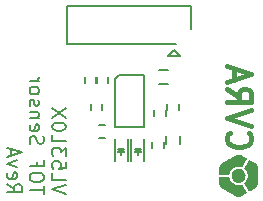
<source format=gbo>
G04 #@! TF.FileFunction,Legend,Bot*
%FSLAX46Y46*%
G04 Gerber Fmt 4.6, Leading zero omitted, Abs format (unit mm)*
G04 Created by KiCad (PCBNEW 4.0.1-stable) date 2016 September 01, Thursday 02:04:04*
%MOMM*%
G01*
G04 APERTURE LIST*
%ADD10C,0.100000*%
%ADD11C,0.200000*%
%ADD12C,0.400000*%
%ADD13C,0.150000*%
%ADD14C,0.010000*%
G04 APERTURE END LIST*
D10*
D11*
X44637143Y-57885714D02*
X43437143Y-57485714D01*
X44637143Y-57085714D01*
X43437143Y-56114286D02*
X43437143Y-56685715D01*
X44637143Y-56685715D01*
X44637143Y-55142857D02*
X44637143Y-55714286D01*
X44065714Y-55771429D01*
X44122857Y-55714286D01*
X44180000Y-55600000D01*
X44180000Y-55314286D01*
X44122857Y-55200000D01*
X44065714Y-55142857D01*
X43951429Y-55085714D01*
X43665714Y-55085714D01*
X43551429Y-55142857D01*
X43494286Y-55200000D01*
X43437143Y-55314286D01*
X43437143Y-55600000D01*
X43494286Y-55714286D01*
X43551429Y-55771429D01*
X44637143Y-54685714D02*
X44637143Y-53942857D01*
X44180000Y-54342857D01*
X44180000Y-54171429D01*
X44122857Y-54057143D01*
X44065714Y-54000000D01*
X43951429Y-53942857D01*
X43665714Y-53942857D01*
X43551429Y-54000000D01*
X43494286Y-54057143D01*
X43437143Y-54171429D01*
X43437143Y-54514286D01*
X43494286Y-54628572D01*
X43551429Y-54685714D01*
X43437143Y-52857143D02*
X43437143Y-53428572D01*
X44637143Y-53428572D01*
X44637143Y-52228571D02*
X44637143Y-52114286D01*
X44580000Y-52000000D01*
X44522857Y-51942857D01*
X44408571Y-51885714D01*
X44180000Y-51828571D01*
X43894286Y-51828571D01*
X43665714Y-51885714D01*
X43551429Y-51942857D01*
X43494286Y-52000000D01*
X43437143Y-52114286D01*
X43437143Y-52228571D01*
X43494286Y-52342857D01*
X43551429Y-52400000D01*
X43665714Y-52457143D01*
X43894286Y-52514286D01*
X44180000Y-52514286D01*
X44408571Y-52457143D01*
X44522857Y-52400000D01*
X44580000Y-52342857D01*
X44637143Y-52228571D01*
X44637143Y-51428571D02*
X43437143Y-50628571D01*
X44637143Y-50628571D02*
X43437143Y-51428571D01*
X42757143Y-57885714D02*
X42757143Y-57200000D01*
X41557143Y-57542857D02*
X42757143Y-57542857D01*
X42757143Y-56571428D02*
X42757143Y-56342857D01*
X42700000Y-56228571D01*
X42585714Y-56114285D01*
X42357143Y-56057143D01*
X41957143Y-56057143D01*
X41728571Y-56114285D01*
X41614286Y-56228571D01*
X41557143Y-56342857D01*
X41557143Y-56571428D01*
X41614286Y-56685714D01*
X41728571Y-56800000D01*
X41957143Y-56857143D01*
X42357143Y-56857143D01*
X42585714Y-56800000D01*
X42700000Y-56685714D01*
X42757143Y-56571428D01*
X42185714Y-55142857D02*
X42185714Y-55542857D01*
X41557143Y-55542857D02*
X42757143Y-55542857D01*
X42757143Y-54971428D01*
X41614286Y-53657143D02*
X41557143Y-53485714D01*
X41557143Y-53200000D01*
X41614286Y-53085714D01*
X41671429Y-53028571D01*
X41785714Y-52971428D01*
X41900000Y-52971428D01*
X42014286Y-53028571D01*
X42071429Y-53085714D01*
X42128571Y-53200000D01*
X42185714Y-53428571D01*
X42242857Y-53542857D01*
X42300000Y-53600000D01*
X42414286Y-53657143D01*
X42528571Y-53657143D01*
X42642857Y-53600000D01*
X42700000Y-53542857D01*
X42757143Y-53428571D01*
X42757143Y-53142857D01*
X42700000Y-52971428D01*
X41614286Y-52000000D02*
X41557143Y-52114286D01*
X41557143Y-52342857D01*
X41614286Y-52457143D01*
X41728571Y-52514286D01*
X42185714Y-52514286D01*
X42300000Y-52457143D01*
X42357143Y-52342857D01*
X42357143Y-52114286D01*
X42300000Y-52000000D01*
X42185714Y-51942857D01*
X42071429Y-51942857D01*
X41957143Y-52514286D01*
X42357143Y-51428572D02*
X41557143Y-51428572D01*
X42242857Y-51428572D02*
X42300000Y-51371429D01*
X42357143Y-51257143D01*
X42357143Y-51085715D01*
X42300000Y-50971429D01*
X42185714Y-50914286D01*
X41557143Y-50914286D01*
X41614286Y-50400001D02*
X41557143Y-50285715D01*
X41557143Y-50057143D01*
X41614286Y-49942858D01*
X41728571Y-49885715D01*
X41785714Y-49885715D01*
X41900000Y-49942858D01*
X41957143Y-50057143D01*
X41957143Y-50228572D01*
X42014286Y-50342858D01*
X42128571Y-50400001D01*
X42185714Y-50400001D01*
X42300000Y-50342858D01*
X42357143Y-50228572D01*
X42357143Y-50057143D01*
X42300000Y-49942858D01*
X41557143Y-49200000D02*
X41614286Y-49314286D01*
X41671429Y-49371429D01*
X41785714Y-49428572D01*
X42128571Y-49428572D01*
X42242857Y-49371429D01*
X42300000Y-49314286D01*
X42357143Y-49200000D01*
X42357143Y-49028572D01*
X42300000Y-48914286D01*
X42242857Y-48857143D01*
X42128571Y-48800000D01*
X41785714Y-48800000D01*
X41671429Y-48857143D01*
X41614286Y-48914286D01*
X41557143Y-49028572D01*
X41557143Y-49200000D01*
X41557143Y-48285715D02*
X42357143Y-48285715D01*
X42128571Y-48285715D02*
X42242857Y-48228572D01*
X42300000Y-48171429D01*
X42357143Y-48057143D01*
X42357143Y-47942858D01*
X39677143Y-57028571D02*
X40248571Y-57428571D01*
X39677143Y-57714286D02*
X40877143Y-57714286D01*
X40877143Y-57257143D01*
X40820000Y-57142857D01*
X40762857Y-57085714D01*
X40648571Y-57028571D01*
X40477143Y-57028571D01*
X40362857Y-57085714D01*
X40305714Y-57142857D01*
X40248571Y-57257143D01*
X40248571Y-57714286D01*
X39734286Y-56057143D02*
X39677143Y-56171429D01*
X39677143Y-56400000D01*
X39734286Y-56514286D01*
X39848571Y-56571429D01*
X40305714Y-56571429D01*
X40420000Y-56514286D01*
X40477143Y-56400000D01*
X40477143Y-56171429D01*
X40420000Y-56057143D01*
X40305714Y-56000000D01*
X40191429Y-56000000D01*
X40077143Y-56571429D01*
X40477143Y-55600000D02*
X39677143Y-55314286D01*
X40477143Y-55028572D01*
X40020000Y-54628572D02*
X40020000Y-54057143D01*
X39677143Y-54742857D02*
X40877143Y-54342857D01*
X39677143Y-53942857D01*
D12*
X58485714Y-52695238D02*
X58390476Y-52790476D01*
X58295238Y-53076191D01*
X58295238Y-53266667D01*
X58390476Y-53552381D01*
X58580952Y-53742857D01*
X58771429Y-53838096D01*
X59152381Y-53933334D01*
X59438095Y-53933334D01*
X59819048Y-53838096D01*
X60009524Y-53742857D01*
X60200000Y-53552381D01*
X60295238Y-53266667D01*
X60295238Y-53076191D01*
X60200000Y-52790476D01*
X60104762Y-52695238D01*
X60295238Y-52123810D02*
X58295238Y-51457143D01*
X60295238Y-50790476D01*
X58295238Y-48980952D02*
X59247619Y-49647619D01*
X58295238Y-50123810D02*
X60295238Y-50123810D01*
X60295238Y-49361905D01*
X60200000Y-49171429D01*
X60104762Y-49076190D01*
X59914286Y-48980952D01*
X59628571Y-48980952D01*
X59438095Y-49076190D01*
X59342857Y-49171429D01*
X59247619Y-49361905D01*
X59247619Y-50123810D01*
X58866667Y-48219048D02*
X58866667Y-47266667D01*
X58295238Y-48409524D02*
X60295238Y-47742857D01*
X58295238Y-47076190D01*
D13*
X53100000Y-52950000D02*
X53100000Y-53650000D01*
X54300000Y-53650000D02*
X54300000Y-52950000D01*
X47225000Y-48450000D02*
X47225000Y-47950000D01*
X48175000Y-47950000D02*
X48175000Y-48450000D01*
X46725000Y-50750000D02*
X46725000Y-50250000D01*
X47675000Y-50250000D02*
X47675000Y-50750000D01*
X46225000Y-48450000D02*
X46225000Y-47950000D01*
X47175000Y-47950000D02*
X47175000Y-48450000D01*
X52550000Y-48600000D02*
X53250000Y-48600000D01*
X53250000Y-47400000D02*
X52550000Y-47400000D01*
X49850000Y-53200000D02*
X49850000Y-55100000D01*
X48750000Y-53200000D02*
X48750000Y-55100000D01*
X49300000Y-54100000D02*
X49300000Y-54550000D01*
X49050000Y-54050000D02*
X49550000Y-54050000D01*
X49300000Y-54050000D02*
X49050000Y-54300000D01*
X49050000Y-54300000D02*
X49550000Y-54300000D01*
X49550000Y-54300000D02*
X49300000Y-54050000D01*
X51250000Y-53200000D02*
X51250000Y-55100000D01*
X50150000Y-53200000D02*
X50150000Y-55100000D01*
X50700000Y-54100000D02*
X50700000Y-54550000D01*
X50450000Y-54050000D02*
X50950000Y-54050000D01*
X50700000Y-54050000D02*
X50450000Y-54300000D01*
X50450000Y-54300000D02*
X50950000Y-54300000D01*
X50950000Y-54300000D02*
X50700000Y-54050000D01*
X52925000Y-53450000D02*
X52925000Y-53950000D01*
X51875000Y-53950000D02*
X51875000Y-53450000D01*
X54225000Y-50250000D02*
X54225000Y-50750000D01*
X53175000Y-50750000D02*
X53175000Y-50250000D01*
X53125000Y-50750000D02*
X53125000Y-51250000D01*
X52075000Y-51250000D02*
X52075000Y-50750000D01*
X47950000Y-53125000D02*
X47450000Y-53125000D01*
X47450000Y-52075000D02*
X47950000Y-52075000D01*
X55250000Y-43880000D02*
X55250000Y-41950000D01*
X55250000Y-41950000D02*
X44750000Y-41950000D01*
X44750000Y-41950000D02*
X44750000Y-45150000D01*
X44750000Y-45150000D02*
X53980000Y-45150000D01*
X53750000Y-45650000D02*
X53250000Y-46150000D01*
X53250000Y-46150000D02*
X54250000Y-46150000D01*
X54250000Y-46150000D02*
X53750000Y-45650000D01*
X49100000Y-47800000D02*
X48800000Y-48100000D01*
X48800000Y-48100000D02*
X48800000Y-52200000D01*
X51200000Y-47800000D02*
X49100000Y-47800000D01*
X51200000Y-52200000D02*
X48800000Y-52200000D01*
X51200000Y-47800000D02*
X51200000Y-52200000D01*
D14*
G36*
X59848565Y-57738384D02*
X59842793Y-57728076D01*
X59833564Y-57711814D01*
X59821272Y-57690287D01*
X59806310Y-57664180D01*
X59789072Y-57634180D01*
X59769950Y-57600975D01*
X59749337Y-57565251D01*
X59742298Y-57553067D01*
X59717476Y-57510104D01*
X59690875Y-57464049D01*
X59663407Y-57416482D01*
X59635983Y-57368980D01*
X59609514Y-57323122D01*
X59584912Y-57280487D01*
X59563089Y-57242653D01*
X59551680Y-57222867D01*
X59533508Y-57191363D01*
X59516686Y-57162228D01*
X59501675Y-57136261D01*
X59488939Y-57114262D01*
X59478939Y-57097028D01*
X59472139Y-57085360D01*
X59469001Y-57080056D01*
X59468849Y-57079824D01*
X59464613Y-57080434D01*
X59453970Y-57083034D01*
X59438624Y-57087184D01*
X59423846Y-57091403D01*
X59388667Y-57100949D01*
X59355786Y-57108175D01*
X59322834Y-57113419D01*
X59287444Y-57117020D01*
X59247247Y-57119318D01*
X59223188Y-57120123D01*
X59163401Y-57120312D01*
X59109037Y-57117200D01*
X59057585Y-57110448D01*
X59006536Y-57099719D01*
X58953380Y-57084673D01*
X58948117Y-57083003D01*
X58872389Y-57054436D01*
X58800252Y-57018601D01*
X58732180Y-56976010D01*
X58668648Y-56927179D01*
X58610129Y-56872620D01*
X58557098Y-56812847D01*
X58510030Y-56748375D01*
X58469397Y-56679715D01*
X58435674Y-56607383D01*
X58409336Y-56531891D01*
X58397568Y-56486586D01*
X58390755Y-56456633D01*
X57625200Y-56456633D01*
X57625537Y-56747675D01*
X57625639Y-56807525D01*
X57625803Y-56859482D01*
X57626041Y-56904122D01*
X57626364Y-56942017D01*
X57626784Y-56973743D01*
X57627311Y-56999872D01*
X57627956Y-57020980D01*
X57628731Y-57037641D01*
X57629648Y-57050428D01*
X57630717Y-57059917D01*
X57631739Y-57065755D01*
X57647843Y-57121703D01*
X57670765Y-57172773D01*
X57700384Y-57218781D01*
X57736580Y-57259546D01*
X57779233Y-57294884D01*
X57786632Y-57300011D01*
X57794064Y-57304664D01*
X57808320Y-57313223D01*
X57828924Y-57325411D01*
X57855400Y-57340956D01*
X57887272Y-57359583D01*
X57924063Y-57381018D01*
X57965299Y-57404986D01*
X58010502Y-57431215D01*
X58059196Y-57459429D01*
X58110907Y-57489355D01*
X58165157Y-57520718D01*
X58221471Y-57553244D01*
X58279372Y-57586659D01*
X58338385Y-57620689D01*
X58398033Y-57655060D01*
X58457841Y-57689498D01*
X58517332Y-57723728D01*
X58576031Y-57757477D01*
X58633461Y-57790469D01*
X58689146Y-57822432D01*
X58742611Y-57853092D01*
X58793379Y-57882173D01*
X58840974Y-57909401D01*
X58884920Y-57934504D01*
X58924742Y-57957206D01*
X58959962Y-57977233D01*
X58990106Y-57994311D01*
X59014696Y-58008167D01*
X59033258Y-58018526D01*
X59045314Y-58025113D01*
X59049717Y-58027375D01*
X59080880Y-58040537D01*
X59110020Y-58049681D01*
X59139830Y-58055350D01*
X59173002Y-58058087D01*
X59204234Y-58058526D01*
X59229743Y-58058099D01*
X59249356Y-58057039D01*
X59265636Y-58055031D01*
X59281148Y-58051755D01*
X59298457Y-58046896D01*
X59298623Y-58046846D01*
X59319267Y-58039986D01*
X59340485Y-58031930D01*
X59358342Y-58024192D01*
X59361507Y-58022643D01*
X59367870Y-58019184D01*
X59380602Y-58012049D01*
X59398959Y-58001665D01*
X59422195Y-57988461D01*
X59449567Y-57972863D01*
X59480327Y-57955299D01*
X59513732Y-57936198D01*
X59549036Y-57915985D01*
X59585493Y-57895090D01*
X59622360Y-57873939D01*
X59658890Y-57852961D01*
X59694338Y-57832582D01*
X59727960Y-57813231D01*
X59759010Y-57795335D01*
X59786743Y-57779321D01*
X59810414Y-57765617D01*
X59829278Y-57754651D01*
X59842589Y-57746851D01*
X59849602Y-57742643D01*
X59850488Y-57742052D01*
X59848565Y-57738384D01*
X59848565Y-57738384D01*
G37*
X59848565Y-57738384D02*
X59842793Y-57728076D01*
X59833564Y-57711814D01*
X59821272Y-57690287D01*
X59806310Y-57664180D01*
X59789072Y-57634180D01*
X59769950Y-57600975D01*
X59749337Y-57565251D01*
X59742298Y-57553067D01*
X59717476Y-57510104D01*
X59690875Y-57464049D01*
X59663407Y-57416482D01*
X59635983Y-57368980D01*
X59609514Y-57323122D01*
X59584912Y-57280487D01*
X59563089Y-57242653D01*
X59551680Y-57222867D01*
X59533508Y-57191363D01*
X59516686Y-57162228D01*
X59501675Y-57136261D01*
X59488939Y-57114262D01*
X59478939Y-57097028D01*
X59472139Y-57085360D01*
X59469001Y-57080056D01*
X59468849Y-57079824D01*
X59464613Y-57080434D01*
X59453970Y-57083034D01*
X59438624Y-57087184D01*
X59423846Y-57091403D01*
X59388667Y-57100949D01*
X59355786Y-57108175D01*
X59322834Y-57113419D01*
X59287444Y-57117020D01*
X59247247Y-57119318D01*
X59223188Y-57120123D01*
X59163401Y-57120312D01*
X59109037Y-57117200D01*
X59057585Y-57110448D01*
X59006536Y-57099719D01*
X58953380Y-57084673D01*
X58948117Y-57083003D01*
X58872389Y-57054436D01*
X58800252Y-57018601D01*
X58732180Y-56976010D01*
X58668648Y-56927179D01*
X58610129Y-56872620D01*
X58557098Y-56812847D01*
X58510030Y-56748375D01*
X58469397Y-56679715D01*
X58435674Y-56607383D01*
X58409336Y-56531891D01*
X58397568Y-56486586D01*
X58390755Y-56456633D01*
X57625200Y-56456633D01*
X57625537Y-56747675D01*
X57625639Y-56807525D01*
X57625803Y-56859482D01*
X57626041Y-56904122D01*
X57626364Y-56942017D01*
X57626784Y-56973743D01*
X57627311Y-56999872D01*
X57627956Y-57020980D01*
X57628731Y-57037641D01*
X57629648Y-57050428D01*
X57630717Y-57059917D01*
X57631739Y-57065755D01*
X57647843Y-57121703D01*
X57670765Y-57172773D01*
X57700384Y-57218781D01*
X57736580Y-57259546D01*
X57779233Y-57294884D01*
X57786632Y-57300011D01*
X57794064Y-57304664D01*
X57808320Y-57313223D01*
X57828924Y-57325411D01*
X57855400Y-57340956D01*
X57887272Y-57359583D01*
X57924063Y-57381018D01*
X57965299Y-57404986D01*
X58010502Y-57431215D01*
X58059196Y-57459429D01*
X58110907Y-57489355D01*
X58165157Y-57520718D01*
X58221471Y-57553244D01*
X58279372Y-57586659D01*
X58338385Y-57620689D01*
X58398033Y-57655060D01*
X58457841Y-57689498D01*
X58517332Y-57723728D01*
X58576031Y-57757477D01*
X58633461Y-57790469D01*
X58689146Y-57822432D01*
X58742611Y-57853092D01*
X58793379Y-57882173D01*
X58840974Y-57909401D01*
X58884920Y-57934504D01*
X58924742Y-57957206D01*
X58959962Y-57977233D01*
X58990106Y-57994311D01*
X59014696Y-58008167D01*
X59033258Y-58018526D01*
X59045314Y-58025113D01*
X59049717Y-58027375D01*
X59080880Y-58040537D01*
X59110020Y-58049681D01*
X59139830Y-58055350D01*
X59173002Y-58058087D01*
X59204234Y-58058526D01*
X59229743Y-58058099D01*
X59249356Y-58057039D01*
X59265636Y-58055031D01*
X59281148Y-58051755D01*
X59298457Y-58046896D01*
X59298623Y-58046846D01*
X59319267Y-58039986D01*
X59340485Y-58031930D01*
X59358342Y-58024192D01*
X59361507Y-58022643D01*
X59367870Y-58019184D01*
X59380602Y-58012049D01*
X59398959Y-58001665D01*
X59422195Y-57988461D01*
X59449567Y-57972863D01*
X59480327Y-57955299D01*
X59513732Y-57936198D01*
X59549036Y-57915985D01*
X59585493Y-57895090D01*
X59622360Y-57873939D01*
X59658890Y-57852961D01*
X59694338Y-57832582D01*
X59727960Y-57813231D01*
X59759010Y-57795335D01*
X59786743Y-57779321D01*
X59810414Y-57765617D01*
X59829278Y-57754651D01*
X59842589Y-57746851D01*
X59849602Y-57742643D01*
X59850488Y-57742052D01*
X59848565Y-57738384D01*
G36*
X59844084Y-54855127D02*
X59833856Y-54848534D01*
X59817702Y-54838616D01*
X59796346Y-54825792D01*
X59770512Y-54810477D01*
X59740925Y-54793088D01*
X59708309Y-54774043D01*
X59673389Y-54753758D01*
X59636890Y-54732649D01*
X59599535Y-54711135D01*
X59562049Y-54689630D01*
X59525157Y-54668553D01*
X59489583Y-54648320D01*
X59456051Y-54629348D01*
X59425287Y-54612053D01*
X59398014Y-54596853D01*
X59374958Y-54584164D01*
X59356842Y-54574403D01*
X59344390Y-54567987D01*
X59340185Y-54566021D01*
X59292571Y-54549997D01*
X59241859Y-54540926D01*
X59189769Y-54538807D01*
X59138024Y-54543641D01*
X59088343Y-54555428D01*
X59059917Y-54565977D01*
X59052909Y-54569524D01*
X59039051Y-54577049D01*
X59018814Y-54588280D01*
X58992670Y-54602944D01*
X58961092Y-54620771D01*
X58924552Y-54641487D01*
X58883522Y-54664821D01*
X58838474Y-54690502D01*
X58789881Y-54718256D01*
X58738214Y-54747813D01*
X58683946Y-54778901D01*
X58627549Y-54811247D01*
X58569495Y-54844580D01*
X58510256Y-54878627D01*
X58450305Y-54913118D01*
X58390114Y-54947779D01*
X58330154Y-54982340D01*
X58270899Y-55016527D01*
X58212820Y-55050070D01*
X58156389Y-55082696D01*
X58102078Y-55114134D01*
X58050361Y-55144111D01*
X58001708Y-55172356D01*
X57956593Y-55198597D01*
X57915487Y-55222562D01*
X57878862Y-55243978D01*
X57847191Y-55262575D01*
X57820946Y-55278080D01*
X57800599Y-55290221D01*
X57786622Y-55298727D01*
X57779699Y-55303175D01*
X57747786Y-55329260D01*
X57717091Y-55361135D01*
X57689408Y-55396555D01*
X57666529Y-55433276D01*
X57653002Y-55461800D01*
X57648263Y-55473504D01*
X57644153Y-55483757D01*
X57640625Y-55493225D01*
X57637631Y-55502577D01*
X57635125Y-55512480D01*
X57633059Y-55523602D01*
X57631385Y-55536609D01*
X57630057Y-55552171D01*
X57629027Y-55570953D01*
X57628247Y-55593625D01*
X57627671Y-55620852D01*
X57627251Y-55653304D01*
X57626941Y-55691647D01*
X57626691Y-55736549D01*
X57626456Y-55788677D01*
X57626230Y-55839625D01*
X57624834Y-56143367D01*
X58390243Y-56143367D01*
X58401290Y-56099083D01*
X58425255Y-56020185D01*
X58456724Y-55944772D01*
X58495296Y-55873292D01*
X58540572Y-55806195D01*
X58592150Y-55743928D01*
X58649633Y-55686943D01*
X58712618Y-55635686D01*
X58780706Y-55590608D01*
X58853497Y-55552156D01*
X58910017Y-55528285D01*
X58969083Y-55508180D01*
X59027066Y-55493439D01*
X59086262Y-55483657D01*
X59148970Y-55478431D01*
X59200000Y-55477256D01*
X59242230Y-55477722D01*
X59278644Y-55479428D01*
X59311842Y-55482700D01*
X59344428Y-55487866D01*
X59379001Y-55495253D01*
X59414630Y-55504247D01*
X59433717Y-55509226D01*
X59449869Y-55513274D01*
X59461292Y-55515954D01*
X59466084Y-55516833D01*
X59470160Y-55513433D01*
X59476650Y-55504605D01*
X59482774Y-55494608D01*
X59489657Y-55482581D01*
X59499568Y-55465353D01*
X59511284Y-55445043D01*
X59523584Y-55423773D01*
X59526078Y-55419466D01*
X59539253Y-55396706D01*
X59555793Y-55368101D01*
X59575117Y-55334658D01*
X59596645Y-55297385D01*
X59619794Y-55257289D01*
X59643986Y-55215376D01*
X59668637Y-55172655D01*
X59693168Y-55130131D01*
X59716997Y-55088812D01*
X59739543Y-55049706D01*
X59760225Y-55013818D01*
X59778462Y-54982157D01*
X59793674Y-54955729D01*
X59805278Y-54935541D01*
X59806060Y-54934180D01*
X59818838Y-54911739D01*
X59830025Y-54891747D01*
X59838979Y-54875379D01*
X59845058Y-54863812D01*
X59847619Y-54858222D01*
X59847660Y-54857980D01*
X59844084Y-54855127D01*
X59844084Y-54855127D01*
G37*
X59844084Y-54855127D02*
X59833856Y-54848534D01*
X59817702Y-54838616D01*
X59796346Y-54825792D01*
X59770512Y-54810477D01*
X59740925Y-54793088D01*
X59708309Y-54774043D01*
X59673389Y-54753758D01*
X59636890Y-54732649D01*
X59599535Y-54711135D01*
X59562049Y-54689630D01*
X59525157Y-54668553D01*
X59489583Y-54648320D01*
X59456051Y-54629348D01*
X59425287Y-54612053D01*
X59398014Y-54596853D01*
X59374958Y-54584164D01*
X59356842Y-54574403D01*
X59344390Y-54567987D01*
X59340185Y-54566021D01*
X59292571Y-54549997D01*
X59241859Y-54540926D01*
X59189769Y-54538807D01*
X59138024Y-54543641D01*
X59088343Y-54555428D01*
X59059917Y-54565977D01*
X59052909Y-54569524D01*
X59039051Y-54577049D01*
X59018814Y-54588280D01*
X58992670Y-54602944D01*
X58961092Y-54620771D01*
X58924552Y-54641487D01*
X58883522Y-54664821D01*
X58838474Y-54690502D01*
X58789881Y-54718256D01*
X58738214Y-54747813D01*
X58683946Y-54778901D01*
X58627549Y-54811247D01*
X58569495Y-54844580D01*
X58510256Y-54878627D01*
X58450305Y-54913118D01*
X58390114Y-54947779D01*
X58330154Y-54982340D01*
X58270899Y-55016527D01*
X58212820Y-55050070D01*
X58156389Y-55082696D01*
X58102078Y-55114134D01*
X58050361Y-55144111D01*
X58001708Y-55172356D01*
X57956593Y-55198597D01*
X57915487Y-55222562D01*
X57878862Y-55243978D01*
X57847191Y-55262575D01*
X57820946Y-55278080D01*
X57800599Y-55290221D01*
X57786622Y-55298727D01*
X57779699Y-55303175D01*
X57747786Y-55329260D01*
X57717091Y-55361135D01*
X57689408Y-55396555D01*
X57666529Y-55433276D01*
X57653002Y-55461800D01*
X57648263Y-55473504D01*
X57644153Y-55483757D01*
X57640625Y-55493225D01*
X57637631Y-55502577D01*
X57635125Y-55512480D01*
X57633059Y-55523602D01*
X57631385Y-55536609D01*
X57630057Y-55552171D01*
X57629027Y-55570953D01*
X57628247Y-55593625D01*
X57627671Y-55620852D01*
X57627251Y-55653304D01*
X57626941Y-55691647D01*
X57626691Y-55736549D01*
X57626456Y-55788677D01*
X57626230Y-55839625D01*
X57624834Y-56143367D01*
X58390243Y-56143367D01*
X58401290Y-56099083D01*
X58425255Y-56020185D01*
X58456724Y-55944772D01*
X58495296Y-55873292D01*
X58540572Y-55806195D01*
X58592150Y-55743928D01*
X58649633Y-55686943D01*
X58712618Y-55635686D01*
X58780706Y-55590608D01*
X58853497Y-55552156D01*
X58910017Y-55528285D01*
X58969083Y-55508180D01*
X59027066Y-55493439D01*
X59086262Y-55483657D01*
X59148970Y-55478431D01*
X59200000Y-55477256D01*
X59242230Y-55477722D01*
X59278644Y-55479428D01*
X59311842Y-55482700D01*
X59344428Y-55487866D01*
X59379001Y-55495253D01*
X59414630Y-55504247D01*
X59433717Y-55509226D01*
X59449869Y-55513274D01*
X59461292Y-55515954D01*
X59466084Y-55516833D01*
X59470160Y-55513433D01*
X59476650Y-55504605D01*
X59482774Y-55494608D01*
X59489657Y-55482581D01*
X59499568Y-55465353D01*
X59511284Y-55445043D01*
X59523584Y-55423773D01*
X59526078Y-55419466D01*
X59539253Y-55396706D01*
X59555793Y-55368101D01*
X59575117Y-55334658D01*
X59596645Y-55297385D01*
X59619794Y-55257289D01*
X59643986Y-55215376D01*
X59668637Y-55172655D01*
X59693168Y-55130131D01*
X59716997Y-55088812D01*
X59739543Y-55049706D01*
X59760225Y-55013818D01*
X59778462Y-54982157D01*
X59793674Y-54955729D01*
X59805278Y-54935541D01*
X59806060Y-54934180D01*
X59818838Y-54911739D01*
X59830025Y-54891747D01*
X59838979Y-54875379D01*
X59845058Y-54863812D01*
X59847619Y-54858222D01*
X59847660Y-54857980D01*
X59844084Y-54855127D01*
G36*
X59744836Y-56234844D02*
X59739032Y-56194875D01*
X59738247Y-56191061D01*
X59720005Y-56124741D01*
X59694510Y-56062226D01*
X59662189Y-56003993D01*
X59623472Y-55950516D01*
X59578786Y-55902274D01*
X59528559Y-55859741D01*
X59473221Y-55823394D01*
X59413197Y-55793710D01*
X59365100Y-55776022D01*
X59332276Y-55766419D01*
X59302285Y-55759604D01*
X59272429Y-55755197D01*
X59240012Y-55752817D01*
X59202334Y-55752082D01*
X59195767Y-55752091D01*
X59155957Y-55753025D01*
X59121613Y-55755817D01*
X59089848Y-55760924D01*
X59057779Y-55768802D01*
X59024615Y-55779199D01*
X58962298Y-55804626D01*
X58904245Y-55837080D01*
X58850940Y-55876013D01*
X58802865Y-55920878D01*
X58760501Y-55971126D01*
X58724332Y-56026210D01*
X58694839Y-56085581D01*
X58672506Y-56148693D01*
X58662182Y-56190840D01*
X58656649Y-56225492D01*
X58653036Y-56264075D01*
X58651490Y-56303377D01*
X58652158Y-56340191D01*
X58654193Y-56364155D01*
X58666510Y-56430283D01*
X58686481Y-56493637D01*
X58713638Y-56553640D01*
X58747514Y-56609712D01*
X58787642Y-56661274D01*
X58833555Y-56707747D01*
X58884786Y-56748552D01*
X58940867Y-56783109D01*
X59001332Y-56810841D01*
X59020084Y-56817684D01*
X59069585Y-56832444D01*
X59117895Y-56841847D01*
X59168381Y-56846444D01*
X59200000Y-56847124D01*
X59264848Y-56843446D01*
X59328406Y-56832645D01*
X59389138Y-56815073D01*
X59445505Y-56791081D01*
X59445554Y-56791056D01*
X59481145Y-56770803D01*
X59518357Y-56745602D01*
X59554225Y-56717622D01*
X59585781Y-56689030D01*
X59587350Y-56687465D01*
X59633078Y-56635772D01*
X59671571Y-56579775D01*
X59702661Y-56519781D01*
X59726183Y-56456099D01*
X59737993Y-56409785D01*
X59744205Y-56369875D01*
X59747419Y-56325386D01*
X59747630Y-56279362D01*
X59744836Y-56234844D01*
X59744836Y-56234844D01*
G37*
X59744836Y-56234844D02*
X59739032Y-56194875D01*
X59738247Y-56191061D01*
X59720005Y-56124741D01*
X59694510Y-56062226D01*
X59662189Y-56003993D01*
X59623472Y-55950516D01*
X59578786Y-55902274D01*
X59528559Y-55859741D01*
X59473221Y-55823394D01*
X59413197Y-55793710D01*
X59365100Y-55776022D01*
X59332276Y-55766419D01*
X59302285Y-55759604D01*
X59272429Y-55755197D01*
X59240012Y-55752817D01*
X59202334Y-55752082D01*
X59195767Y-55752091D01*
X59155957Y-55753025D01*
X59121613Y-55755817D01*
X59089848Y-55760924D01*
X59057779Y-55768802D01*
X59024615Y-55779199D01*
X58962298Y-55804626D01*
X58904245Y-55837080D01*
X58850940Y-55876013D01*
X58802865Y-55920878D01*
X58760501Y-55971126D01*
X58724332Y-56026210D01*
X58694839Y-56085581D01*
X58672506Y-56148693D01*
X58662182Y-56190840D01*
X58656649Y-56225492D01*
X58653036Y-56264075D01*
X58651490Y-56303377D01*
X58652158Y-56340191D01*
X58654193Y-56364155D01*
X58666510Y-56430283D01*
X58686481Y-56493637D01*
X58713638Y-56553640D01*
X58747514Y-56609712D01*
X58787642Y-56661274D01*
X58833555Y-56707747D01*
X58884786Y-56748552D01*
X58940867Y-56783109D01*
X59001332Y-56810841D01*
X59020084Y-56817684D01*
X59069585Y-56832444D01*
X59117895Y-56841847D01*
X59168381Y-56846444D01*
X59200000Y-56847124D01*
X59264848Y-56843446D01*
X59328406Y-56832645D01*
X59389138Y-56815073D01*
X59445505Y-56791081D01*
X59445554Y-56791056D01*
X59481145Y-56770803D01*
X59518357Y-56745602D01*
X59554225Y-56717622D01*
X59585781Y-56689030D01*
X59587350Y-56687465D01*
X59633078Y-56635772D01*
X59671571Y-56579775D01*
X59702661Y-56519781D01*
X59726183Y-56456099D01*
X59737993Y-56409785D01*
X59744205Y-56369875D01*
X59747419Y-56325386D01*
X59747630Y-56279362D01*
X59744836Y-56234844D01*
G36*
X60772681Y-56204009D02*
X60772670Y-56118222D01*
X60772646Y-56040143D01*
X60772607Y-55969393D01*
X60772548Y-55905592D01*
X60772465Y-55848361D01*
X60772356Y-55797321D01*
X60772215Y-55752092D01*
X60772039Y-55712296D01*
X60771826Y-55677552D01*
X60771569Y-55647481D01*
X60771267Y-55621705D01*
X60770915Y-55599843D01*
X60770510Y-55581517D01*
X60770047Y-55566347D01*
X60769523Y-55553954D01*
X60768934Y-55543958D01*
X60768277Y-55535981D01*
X60767547Y-55529642D01*
X60766742Y-55524563D01*
X60765856Y-55520364D01*
X60764934Y-55516833D01*
X60749509Y-55469755D01*
X60731229Y-55429074D01*
X60709079Y-55392919D01*
X60682045Y-55359425D01*
X60675884Y-55352798D01*
X60664904Y-55341478D01*
X60654294Y-55331233D01*
X60643238Y-55321512D01*
X60630922Y-55311767D01*
X60616528Y-55301447D01*
X60599243Y-55290003D01*
X60578249Y-55276885D01*
X60552732Y-55261544D01*
X60521876Y-55243431D01*
X60484866Y-55221994D01*
X60463650Y-55209774D01*
X60427079Y-55188728D01*
X60387373Y-55165871D01*
X60346508Y-55142341D01*
X60306458Y-55119275D01*
X60269198Y-55097810D01*
X60236701Y-55079082D01*
X60228056Y-55074097D01*
X60123694Y-55013928D01*
X59934210Y-55342639D01*
X59906261Y-55391128D01*
X59879518Y-55437529D01*
X59854285Y-55481315D01*
X59830865Y-55521962D01*
X59809560Y-55558945D01*
X59790672Y-55591738D01*
X59774503Y-55619816D01*
X59761357Y-55642653D01*
X59751536Y-55659726D01*
X59745343Y-55670507D01*
X59743082Y-55674469D01*
X59745235Y-55678531D01*
X59752382Y-55686805D01*
X59763217Y-55697842D01*
X59769494Y-55703833D01*
X59817303Y-55753493D01*
X59862112Y-55809812D01*
X59902889Y-55871216D01*
X59938603Y-55936130D01*
X59968220Y-56002979D01*
X59972036Y-56012975D01*
X59996596Y-56090656D01*
X60013140Y-56170235D01*
X60021702Y-56250990D01*
X60022318Y-56332200D01*
X60015021Y-56413142D01*
X59999847Y-56493096D01*
X59976831Y-56571338D01*
X59946006Y-56647149D01*
X59940978Y-56657716D01*
X59905388Y-56723835D01*
X59865048Y-56784567D01*
X59818612Y-56841783D01*
X59778283Y-56884200D01*
X59764260Y-56898247D01*
X59752778Y-56910091D01*
X59745001Y-56918508D01*
X59742090Y-56922273D01*
X59742090Y-56922300D01*
X59744190Y-56926195D01*
X59750229Y-56936894D01*
X59759906Y-56953872D01*
X59772918Y-56976604D01*
X59788966Y-57004565D01*
X59807747Y-57037231D01*
X59828959Y-57074078D01*
X59852301Y-57114581D01*
X59877471Y-57158215D01*
X59904168Y-57204456D01*
X59930705Y-57250383D01*
X59958630Y-57298668D01*
X59985380Y-57344868D01*
X60010646Y-57388455D01*
X60034121Y-57428901D01*
X60055498Y-57465678D01*
X60074470Y-57498259D01*
X60090729Y-57526116D01*
X60103968Y-57548721D01*
X60113879Y-57565546D01*
X60120155Y-57576063D01*
X60122468Y-57579727D01*
X60126704Y-57578356D01*
X60137504Y-57573072D01*
X60154154Y-57564288D01*
X60175940Y-57552416D01*
X60202148Y-57537870D01*
X60232064Y-57521063D01*
X60264973Y-57502409D01*
X60300163Y-57482320D01*
X60336919Y-57461209D01*
X60374528Y-57439491D01*
X60412274Y-57417577D01*
X60449445Y-57395881D01*
X60485326Y-57374816D01*
X60519204Y-57354796D01*
X60550364Y-57336233D01*
X60578093Y-57319540D01*
X60601677Y-57305132D01*
X60620401Y-57293420D01*
X60633552Y-57284819D01*
X60639494Y-57280525D01*
X60677640Y-57244473D01*
X60710648Y-57202457D01*
X60737659Y-57155820D01*
X60757811Y-57105904D01*
X60763219Y-57087400D01*
X60772684Y-57051417D01*
X60772684Y-56297883D01*
X60772681Y-56204009D01*
X60772681Y-56204009D01*
G37*
X60772681Y-56204009D02*
X60772670Y-56118222D01*
X60772646Y-56040143D01*
X60772607Y-55969393D01*
X60772548Y-55905592D01*
X60772465Y-55848361D01*
X60772356Y-55797321D01*
X60772215Y-55752092D01*
X60772039Y-55712296D01*
X60771826Y-55677552D01*
X60771569Y-55647481D01*
X60771267Y-55621705D01*
X60770915Y-55599843D01*
X60770510Y-55581517D01*
X60770047Y-55566347D01*
X60769523Y-55553954D01*
X60768934Y-55543958D01*
X60768277Y-55535981D01*
X60767547Y-55529642D01*
X60766742Y-55524563D01*
X60765856Y-55520364D01*
X60764934Y-55516833D01*
X60749509Y-55469755D01*
X60731229Y-55429074D01*
X60709079Y-55392919D01*
X60682045Y-55359425D01*
X60675884Y-55352798D01*
X60664904Y-55341478D01*
X60654294Y-55331233D01*
X60643238Y-55321512D01*
X60630922Y-55311767D01*
X60616528Y-55301447D01*
X60599243Y-55290003D01*
X60578249Y-55276885D01*
X60552732Y-55261544D01*
X60521876Y-55243431D01*
X60484866Y-55221994D01*
X60463650Y-55209774D01*
X60427079Y-55188728D01*
X60387373Y-55165871D01*
X60346508Y-55142341D01*
X60306458Y-55119275D01*
X60269198Y-55097810D01*
X60236701Y-55079082D01*
X60228056Y-55074097D01*
X60123694Y-55013928D01*
X59934210Y-55342639D01*
X59906261Y-55391128D01*
X59879518Y-55437529D01*
X59854285Y-55481315D01*
X59830865Y-55521962D01*
X59809560Y-55558945D01*
X59790672Y-55591738D01*
X59774503Y-55619816D01*
X59761357Y-55642653D01*
X59751536Y-55659726D01*
X59745343Y-55670507D01*
X59743082Y-55674469D01*
X59745235Y-55678531D01*
X59752382Y-55686805D01*
X59763217Y-55697842D01*
X59769494Y-55703833D01*
X59817303Y-55753493D01*
X59862112Y-55809812D01*
X59902889Y-55871216D01*
X59938603Y-55936130D01*
X59968220Y-56002979D01*
X59972036Y-56012975D01*
X59996596Y-56090656D01*
X60013140Y-56170235D01*
X60021702Y-56250990D01*
X60022318Y-56332200D01*
X60015021Y-56413142D01*
X59999847Y-56493096D01*
X59976831Y-56571338D01*
X59946006Y-56647149D01*
X59940978Y-56657716D01*
X59905388Y-56723835D01*
X59865048Y-56784567D01*
X59818612Y-56841783D01*
X59778283Y-56884200D01*
X59764260Y-56898247D01*
X59752778Y-56910091D01*
X59745001Y-56918508D01*
X59742090Y-56922273D01*
X59742090Y-56922300D01*
X59744190Y-56926195D01*
X59750229Y-56936894D01*
X59759906Y-56953872D01*
X59772918Y-56976604D01*
X59788966Y-57004565D01*
X59807747Y-57037231D01*
X59828959Y-57074078D01*
X59852301Y-57114581D01*
X59877471Y-57158215D01*
X59904168Y-57204456D01*
X59930705Y-57250383D01*
X59958630Y-57298668D01*
X59985380Y-57344868D01*
X60010646Y-57388455D01*
X60034121Y-57428901D01*
X60055498Y-57465678D01*
X60074470Y-57498259D01*
X60090729Y-57526116D01*
X60103968Y-57548721D01*
X60113879Y-57565546D01*
X60120155Y-57576063D01*
X60122468Y-57579727D01*
X60126704Y-57578356D01*
X60137504Y-57573072D01*
X60154154Y-57564288D01*
X60175940Y-57552416D01*
X60202148Y-57537870D01*
X60232064Y-57521063D01*
X60264973Y-57502409D01*
X60300163Y-57482320D01*
X60336919Y-57461209D01*
X60374528Y-57439491D01*
X60412274Y-57417577D01*
X60449445Y-57395881D01*
X60485326Y-57374816D01*
X60519204Y-57354796D01*
X60550364Y-57336233D01*
X60578093Y-57319540D01*
X60601677Y-57305132D01*
X60620401Y-57293420D01*
X60633552Y-57284819D01*
X60639494Y-57280525D01*
X60677640Y-57244473D01*
X60710648Y-57202457D01*
X60737659Y-57155820D01*
X60757811Y-57105904D01*
X60763219Y-57087400D01*
X60772684Y-57051417D01*
X60772684Y-56297883D01*
X60772681Y-56204009D01*
M02*

</source>
